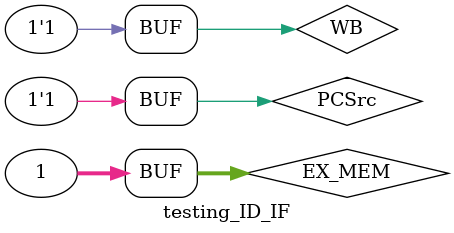
<source format=v>
`timescale 1ns / 1ps


module testing_ID_IF;

	// Inputs
	reg PCSrc;
	reg [31:0] EX_MEM;
	reg WB;

	// Outputs
	wire [1:0] wb_ctlout;
	wire [2:0] m_ctlout;
	wire [3:0] ex_ctlout;
	wire [31:0] npcout;
	wire [31:0] rdata1out;
	wire [31:0] rdata2out;
	wire [31:0] s_extendout;
	wire [4:0] instrout_2016;
	wire [4:0] instrout_1511;

	// Instantiate the Unit Under Test (UUT)
	connectionID_IF uut (
		.PCSrc(PCSrc), 
		.EX_MEM(EX_MEM), 
		.WB(WB), 
		.wb_ctlout(wb_ctlout), 
		.m_ctlout(m_ctlout), 
		.ex_ctlout(ex_ctlout), 
		.npcout(npcout), 
		.rdata1out(rdata1out), 
		.rdata2out(rdata2out), 
		.s_extendout(s_extendout), 
		.instrout_2016(instrout_2016), 
		.instrout_1511(instrout_1511)
	);

	initial begin
		// Initialize Inputs
		PCSrc = 0;
		EX_MEM = 0;
		WB = 0;

		// Wait 100 ns for global reset to finish
		#10;
		PCSrc = 1;
		EX_MEM = 1;
		WB = 1;
      
		// Add stimulus here

	end
      
endmodule


</source>
